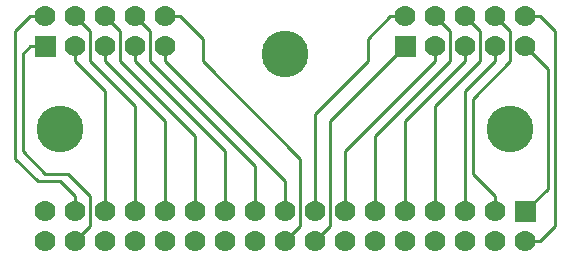
<source format=gbr>
G04 start of page 2 for group 0 idx 0 *
G04 Title: (unknown), top *
G04 Creator: pcb 20140316 *
G04 CreationDate: Wed 08 Jan 2020 09:12:33 PM GMT UTC *
G04 For: thomasc *
G04 Format: Gerber/RS-274X *
G04 PCB-Dimensions (mil): 2000.00 1000.00 *
G04 PCB-Coordinate-Origin: lower left *
%MOIN*%
%FSLAX25Y25*%
%LNTOP*%
%ADD16C,0.0420*%
%ADD15C,0.1520*%
%ADD14C,0.1560*%
%ADD13C,0.0001*%
%ADD12C,0.0700*%
%ADD11C,0.0100*%
G54D11*X140000Y87500D02*X135000D01*
X72500Y80000D02*X65000Y87500D01*
X20000D02*X15000D01*
X10000Y82500D01*
X30000Y87500D02*X35000Y82500D01*
X40000Y87500D02*X45000Y82500D01*
X50000Y87500D02*X55000Y82500D01*
X65000Y87500D02*X60000D01*
X20000Y77500D02*X15000D01*
X12500Y75000D01*
X20000Y35000D02*X12500Y42500D01*
Y75000D02*Y42500D01*
X10000Y82500D02*Y40000D01*
X17500Y32500D01*
X25000D01*
X27500Y35000D02*X20000D01*
X25000Y32500D02*X30000Y27500D01*
X35000D02*X27500Y35000D01*
X30000Y27500D02*Y22500D01*
Y12500D02*X35000Y17500D01*
Y27500D01*
X40000Y22500D02*Y62500D01*
X50000Y57500D02*Y22500D01*
X60000Y52500D02*Y22500D01*
X70000Y47500D02*Y22500D01*
X80000Y42500D02*Y22500D01*
X90000Y37500D02*Y22500D01*
X100000Y32500D02*Y22500D01*
Y12500D02*X105000Y17500D01*
Y40000D01*
X40000Y62500D02*X30000Y72500D01*
X35000D02*X50000Y57500D01*
X40000Y72500D02*X60000Y52500D01*
X45000Y72500D02*X70000Y47500D01*
X30000Y72500D02*Y77500D01*
X35000Y82500D02*Y72500D01*
X40000Y77500D02*Y72500D01*
X45000Y82500D02*Y72500D01*
X50000Y77500D02*Y72500D01*
X80000Y42500D01*
X55000Y82500D02*Y72500D01*
X60000Y77500D02*Y72500D01*
X72500D02*Y80000D01*
X55000Y72500D02*X90000Y37500D01*
X60000Y72500D02*X100000Y32500D01*
X105000Y40000D02*X72500Y72500D01*
X170000Y87500D02*X175000Y82500D01*
X160000Y87500D02*X165000Y82500D01*
X150000Y87500D02*X155000Y82500D01*
X175000D02*Y72500D01*
X170000Y77500D02*Y72500D01*
X165000Y82500D02*Y72500D01*
X160000Y77500D02*Y72500D01*
X155000Y82500D02*Y72500D01*
X150000Y77500D02*Y72500D01*
X175000D02*X162500Y60000D01*
X170000Y72500D02*X160000Y62500D01*
X165000Y72500D02*X150000Y57500D01*
X162500Y35000D02*X170000Y27500D01*
X162500Y60000D02*Y35000D01*
X170000Y27500D02*Y22500D01*
X135000Y87500D02*X127500Y80000D01*
Y72500D01*
X190000Y17500D02*Y82500D01*
X185000Y87500D01*
X180000D01*
X187500Y30000D02*Y70000D01*
X180000Y77500D01*
Y12500D02*X185000D01*
X190000Y17500D01*
X180000Y22500D02*X187500Y30000D01*
X160000Y62500D02*Y22500D01*
X150000Y57500D02*Y22500D01*
X140000Y52500D02*Y22500D01*
X130000Y47500D02*Y22500D01*
X120000Y42500D02*Y22500D01*
X110000Y12500D02*X115000Y17500D01*
Y52500D01*
X160000Y72500D02*X140000Y52500D01*
X155000Y72500D02*X130000Y47500D01*
X150000Y72500D02*X120000Y42500D01*
X115000Y52500D02*X140000Y77500D01*
X127500Y72500D02*X110000Y55000D01*
Y22500D01*
G54D12*X30000Y12500D03*
Y22500D03*
X20000Y12500D03*
Y22500D03*
X180000Y12500D03*
G54D13*G36*
X176500Y26000D02*Y19000D01*
X183500D01*
Y26000D01*
X176500D01*
G37*
G54D12*X170000Y12500D03*
X160000D03*
X170000Y22500D03*
X160000D03*
X90000Y12500D03*
Y22500D03*
X80000Y12500D03*
X70000D03*
X60000D03*
X50000D03*
X80000Y22500D03*
X70000D03*
X60000D03*
X50000D03*
X40000Y12500D03*
Y22500D03*
X150000Y12500D03*
Y22500D03*
X140000D03*
X130000D03*
X120000D03*
X140000Y12500D03*
X130000D03*
X120000D03*
X110000D03*
Y22500D03*
X100000Y12500D03*
Y22500D03*
X140000Y87500D03*
X150000D03*
X160000D03*
G54D13*G36*
X136500Y81000D02*Y74000D01*
X143500D01*
Y81000D01*
X136500D01*
G37*
G54D12*X150000Y77500D03*
X160000D03*
X170000Y87500D03*
Y77500D03*
X180000Y87500D03*
Y77500D03*
X40000Y87500D03*
Y77500D03*
X20000Y87500D03*
G54D13*G36*
X16500Y81000D02*Y74000D01*
X23500D01*
Y81000D01*
X16500D01*
G37*
G54D12*X30000Y87500D03*
Y77500D03*
X50000Y87500D03*
Y77500D03*
X60000Y87500D03*
Y77500D03*
G54D14*X25000Y50000D03*
X175000D03*
X100000Y75000D03*
G54D15*G54D16*M02*

</source>
